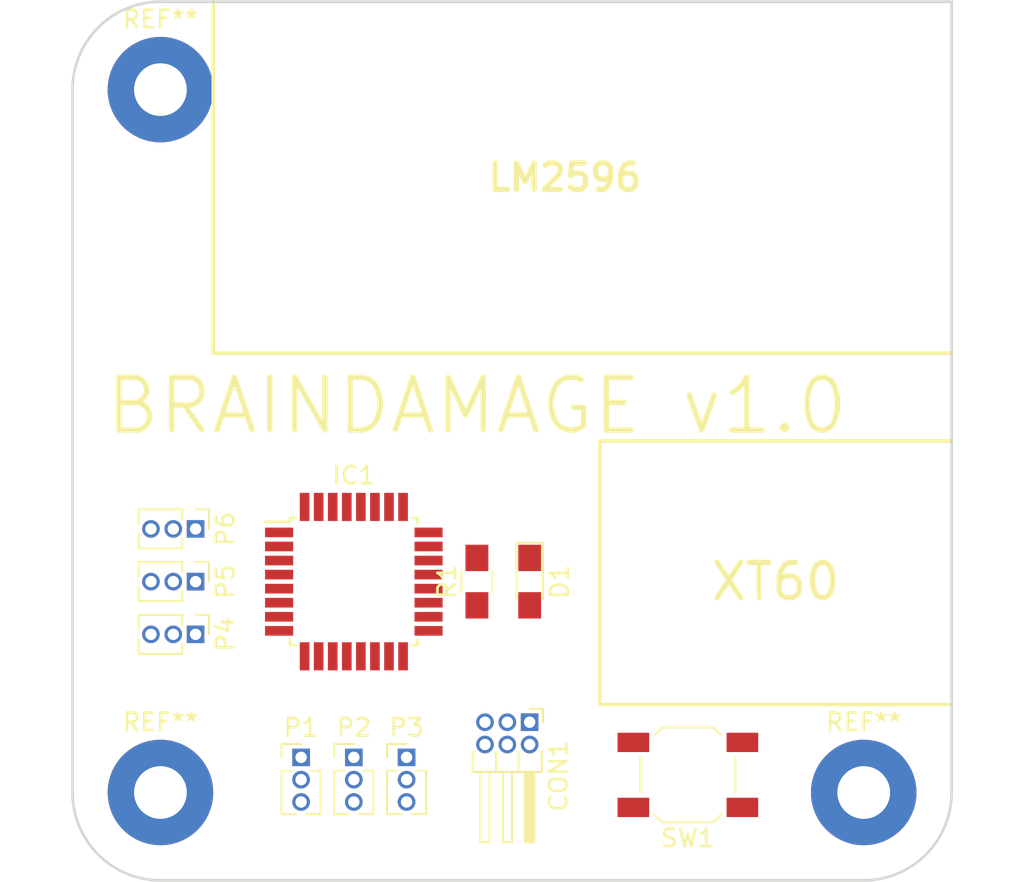
<source format=kicad_pcb>
(kicad_pcb (version 20170922) (host pcbnew no-vcs-found-835c19f~60~ubuntu16.04.1)

(general
  (thickness 1.6)
  (drawings 23)
  (tracks 0)
  (zones 0)
  (modules 14)
  (nets 29)
)

(page A4)
(layers
  (0 F.Cu signal)
  (31 B.Cu signal)
  (32 B.Adhes user)
  (33 F.Adhes user)
  (34 B.Paste user)
  (35 F.Paste user)
  (36 B.SilkS user)
  (37 F.SilkS user)
  (38 B.Mask user)
  (39 F.Mask user)
  (40 Dwgs.User user)
  (41 Cmts.User user)
  (42 Eco1.User user)
  (43 Eco2.User user)
  (44 Edge.Cuts user)
  (45 Margin user)
  (46 B.CrtYd user)
  (47 F.CrtYd user)
  (48 B.Fab user)
  (49 F.Fab user)
)


(general
  (thickness 1.6)
  (drawings 23)
  (tracks 0)
  (zones 0)
  (modules 14)
  (nets 29)
)

(page A4)
(layers
  (0 F.Cu signal)
  (31 B.Cu signal)
  (32 B.Adhes user)
  (33 F.Adhes user)
  (34 B.Paste user)
  (35 F.Paste user)
  (36 B.SilkS user)
  (37 F.SilkS user)
  (38 B.Mask user)
  (39 F.Mask user)
  (40 Dwgs.User user)
  (41 Cmts.User user)
  (42 Eco1.User user)
  (43 Eco2.User user)
  (44 Edge.Cuts user)
  (45 Margin user)
  (46 B.CrtYd user)
  (47 F.CrtYd user)
  (48 B.Fab user)
  (49 F.Fab user)
)

(setup
  (last_trace_width 0.25)
  (trace_clearance 0.2)
  (zone_clearance 0.508)
  (zone_45_only yes)
  (trace_min 0.2)
  (segment_width 0.2)
  (edge_width 0.15)
  (via_size 0.8)
  (via_drill 0.4)
  (via_min_size 0.4)
  (via_min_drill 0.3)
  (uvia_size 0.3)
  (uvia_drill 0.1)
  (uvias_allowed no)
  (uvia_min_size 0.2)
  (uvia_min_drill 0.1)
  (pcb_text_width 0.3)
  (pcb_text_size 1.5 1.5)
  (mod_edge_width 0.15)
  (mod_text_size 1 1)
  (mod_text_width 0.15)
  (pad_size 1.524 1.524)
  (pad_drill 0.762)
  (pad_to_mask_clearance 0.2)
  (aux_axis_origin 0 0)
  (visible_elements FFFFFF7F)
  (pcbplotparams
    (layerselection 0x00030_ffffffff)
    (usegerberextensions false)
    (usegerberattributes true)
    (usegerberadvancedattributes true)
    (creategerberjobfile true)
    (excludeedgelayer true)
    (linewidth 0.100000)
    (plotframeref false)
    (viasonmask false)
    (mode 1)
    (useauxorigin false)
    (hpglpennumber 1)
    (hpglpenspeed 20)
    (hpglpendiameter 15)
    (psnegative false)
    (psa4output false)
    (plotreference true)
    (plotvalue true)
    (plotinvisibletext false)
    (padsonsilk false)
    (subtractmaskfromsilk false)
    (outputformat 1)
    (mirror false)
    (drillshape 1)
    (scaleselection 1)
    (outputdirectory ""))
)

(net 0 "")
(net 1 GND)
(net 2 /RESET)
(net 3 /MOSI)
(net 4 /SCK)
(net 5 +3V3)
(net 6 /MISO)
(net 7 "Net-(D1-Pad1)")
(net 8 "Net-(IC1-Pad32)")
(net 9 /TX)
(net 10 /RX)
(net 11 /A5)
(net 12 /A4)
(net 13 /A3)
(net 14 /A2)
(net 15 /A1)
(net 16 /A0)
(net 17 /ADC7)
(net 18 "Net-(IC1-Pad20)")
(net 19 /ADC6)
(net 20 /PIN2)
(net 21 /PIN1)
(net 22 /B1)
(net 23 /PIN4)
(net 24 /PIN5)
(net 25 /XTAL2)
(net 26 /XTAL1)
(net 27 "Net-(IC1-Pad2)")
(net 28 /PIN6)

(net_class Default "This is the default net class."
  (clearance 0.2)
  (trace_width 0.25)
  (via_dia 0.8)
  (via_drill 0.4)
  (uvia_dia 0.3)
  (uvia_drill 0.1)
  (add_net +3V3)
  (add_net /A0)
  (add_net /A1)
  (add_net /A2)
  (add_net /A3)
  (add_net /A4)
  (add_net /A5)
  (add_net /ADC6)
  (add_net /ADC7)
  (add_net /B1)
  (add_net /MISO)
  (add_net /MOSI)
  (add_net /PIN1)
  (add_net /PIN2)
  (add_net /PIN4)
  (add_net /PIN5)
  (add_net /PIN6)
  (add_net /RESET)
  (add_net /RX)
  (add_net /SCK)
  (add_net /TX)
  (add_net /XTAL1)
  (add_net /XTAL2)
  (add_net GND)
  (add_net "Net-(D1-Pad1)")
  (add_net "Net-(IC1-Pad2)")
  (add_net "Net-(IC1-Pad20)")
  (add_net "Net-(IC1-Pad32)")
)

  (module Mounting_Holes:MountingHole_3mm_Pad (layer F.Cu) (tedit 56D1B4CB) (tstamp 59DD096F)
    (at 135 65)
    (descr "Mounting Hole 3mm")
    (tags "mounting hole 3mm")
    (attr virtual)
    (fp_text reference REF** (at 0 -4) (layer F.SilkS)
      (effects (font (size 1 1) (thickness 0.15)))
    )
    (fp_text value MountingHole_3mm_Pad (at 0 4) (layer F.Fab)
      (effects (font (size 1 1) (thickness 0.15)))
    )
    (fp_text user %R (at 0.3 0) (layer F.Fab)
      (effects (font (size 1 1) (thickness 0.15)))
    )
    (fp_circle (center 0 0) (end 3 0) (layer Cmts.User) (width 0.15))
    (fp_circle (center 0 0) (end 3.25 0) (layer F.CrtYd) (width 0.05))
    (pad 1 thru_hole circle (at 0 0) (size 6 6) (drill 3) (layers *.Cu *.Mask))
  )

  (module Pin_Headers:Pin_Header_Angled_2x03_Pitch1.27mm (layer F.Cu) (tedit 59650536) (tstamp 59DC7002)
    (at 156 101 270)
    (descr "Through hole angled pin header, 2x03, 1.27mm pitch, 4.0mm pin length, double rows")
    (tags "Through hole angled pin header THT 2x03 1.27mm double row")
    (path /572D2B5B)
    (fp_text reference CON1 (at 3.0675 -1.635 270) (layer F.SilkS)
      (effects (font (size 1 1) (thickness 0.15)))
    )
    (fp_text value AVR-ISP-6 (at 3.0675 4.175 270) (layer F.Fab)
      (effects (font (size 1 1) (thickness 0.15)))
    )
    (fp_text user %R (at 2.27 1.27) (layer F.Fab)
      (effects (font (size 0.6 0.6) (thickness 0.09)))
    )
    (fp_line (start 7.3 -1.15) (end -1.15 -1.15) (layer F.CrtYd) (width 0.05))
    (fp_line (start 7.3 3.7) (end 7.3 -1.15) (layer F.CrtYd) (width 0.05))
    (fp_line (start -1.15 3.7) (end 7.3 3.7) (layer F.CrtYd) (width 0.05))
    (fp_line (start -1.15 -1.15) (end -1.15 3.7) (layer F.CrtYd) (width 0.05))
    (fp_line (start -0.76 -0.76) (end 0 -0.76) (layer F.SilkS) (width 0.12))
    (fp_line (start -0.76 0) (end -0.76 -0.76) (layer F.SilkS) (width 0.12))
    (fp_line (start 6.83 2.8) (end 2.83 2.8) (layer F.SilkS) (width 0.12))
    (fp_line (start 6.83 2.28) (end 6.83 2.8) (layer F.SilkS) (width 0.12))
    (fp_line (start 2.83 2.28) (end 6.83 2.28) (layer F.SilkS) (width 0.12))
    (fp_line (start 1.71 1.889677) (end 1.71 1.920323) (layer F.SilkS) (width 0.12))
    (fp_line (start 1.71 1.905) (end 2.83 1.905) (layer F.SilkS) (width 0.12))
    (fp_line (start 6.83 1.53) (end 2.83 1.53) (layer F.SilkS) (width 0.12))
    (fp_line (start 6.83 1.01) (end 6.83 1.53) (layer F.SilkS) (width 0.12))
    (fp_line (start 2.83 1.01) (end 6.83 1.01) (layer F.SilkS) (width 0.12))
    (fp_line (start 1.71 0.619677) (end 1.71 0.650323) (layer F.SilkS) (width 0.12))
    (fp_line (start 1.71 0.635) (end 2.83 0.635) (layer F.SilkS) (width 0.12))
    (fp_line (start 2.83 0.16) (end 6.83 0.16) (layer F.SilkS) (width 0.12))
    (fp_line (start 2.83 0.04) (end 6.83 0.04) (layer F.SilkS) (width 0.12))
    (fp_line (start 2.83 -0.08) (end 6.83 -0.08) (layer F.SilkS) (width 0.12))
    (fp_line (start 2.83 -0.2) (end 6.83 -0.2) (layer F.SilkS) (width 0.12))
    (fp_line (start 6.83 0.26) (end 2.83 0.26) (layer F.SilkS) (width 0.12))
    (fp_line (start 6.83 -0.26) (end 6.83 0.26) (layer F.SilkS) (width 0.12))
    (fp_line (start 2.83 -0.26) (end 6.83 -0.26) (layer F.SilkS) (width 0.12))
    (fp_line (start 1.71 3.235) (end 1.71 3.159677) (layer F.SilkS) (width 0.12))
    (fp_line (start 2.83 3.235) (end 1.71 3.235) (layer F.SilkS) (width 0.12))
    (fp_line (start 2.83 -0.695) (end 2.83 3.235) (layer F.SilkS) (width 0.12))
    (fp_line (start 1.71 -0.695) (end 2.83 -0.695) (layer F.SilkS) (width 0.12))
    (fp_line (start 1.71 -0.619677) (end 1.71 -0.695) (layer F.SilkS) (width 0.12))
    (fp_line (start 2.77 2.74) (end 6.77 2.74) (layer F.Fab) (width 0.1))
    (fp_line (start 6.77 2.34) (end 6.77 2.74) (layer F.Fab) (width 0.1))
    (fp_line (start 2.77 2.34) (end 6.77 2.34) (layer F.Fab) (width 0.1))
    (fp_line (start -0.2 2.74) (end 1.77 2.74) (layer F.Fab) (width 0.1))
    (fp_line (start -0.2 2.34) (end -0.2 2.74) (layer F.Fab) (width 0.1))
    (fp_line (start -0.2 2.34) (end 1.77 2.34) (layer F.Fab) (width 0.1))
    (fp_line (start 2.77 1.47) (end 6.77 1.47) (layer F.Fab) (width 0.1))
    (fp_line (start 6.77 1.07) (end 6.77 1.47) (layer F.Fab) (width 0.1))
    (fp_line (start 2.77 1.07) (end 6.77 1.07) (layer F.Fab) (width 0.1))
    (fp_line (start -0.2 1.47) (end 1.77 1.47) (layer F.Fab) (width 0.1))
    (fp_line (start -0.2 1.07) (end -0.2 1.47) (layer F.Fab) (width 0.1))
    (fp_line (start -0.2 1.07) (end 1.77 1.07) (layer F.Fab) (width 0.1))
    (fp_line (start 2.77 0.2) (end 6.77 0.2) (layer F.Fab) (width 0.1))
    (fp_line (start 6.77 -0.2) (end 6.77 0.2) (layer F.Fab) (width 0.1))
    (fp_line (start 2.77 -0.2) (end 6.77 -0.2) (layer F.Fab) (width 0.1))
    (fp_line (start -0.2 0.2) (end 1.77 0.2) (layer F.Fab) (width 0.1))
    (fp_line (start -0.2 -0.2) (end -0.2 0.2) (layer F.Fab) (width 0.1))
    (fp_line (start -0.2 -0.2) (end 1.77 -0.2) (layer F.Fab) (width 0.1))
    (fp_line (start 1.77 -0.385) (end 2.02 -0.635) (layer F.Fab) (width 0.1))
    (fp_line (start 1.77 3.175) (end 1.77 -0.385) (layer F.Fab) (width 0.1))
    (fp_line (start 2.77 3.175) (end 1.77 3.175) (layer F.Fab) (width 0.1))
    (fp_line (start 2.77 -0.635) (end 2.77 3.175) (layer F.Fab) (width 0.1))
    (fp_line (start 2.02 -0.635) (end 2.77 -0.635) (layer F.Fab) (width 0.1))
    (pad 6 thru_hole oval (at 1.27 2.54 270) (size 1 1) (drill 0.65) (layers *.Cu *.Mask)
      (net 1 GND))
    (pad 5 thru_hole oval (at 0 2.54 270) (size 1 1) (drill 0.65) (layers *.Cu *.Mask)
      (net 2 /RESET))
    (pad 4 thru_hole oval (at 1.27 1.27 270) (size 1 1) (drill 0.65) (layers *.Cu *.Mask)
      (net 3 /MOSI))
    (pad 3 thru_hole oval (at 0 1.27 270) (size 1 1) (drill 0.65) (layers *.Cu *.Mask)
      (net 4 /SCK))
    (pad 2 thru_hole oval (at 1.27 0 270) (size 1 1) (drill 0.65) (layers *.Cu *.Mask)
      (net 5 +3V3))
    (pad 1 thru_hole rect (at 0 0 270) (size 1 1) (drill 0.65) (layers *.Cu *.Mask)
      (net 6 /MISO))
    (model ${KISYS3DMOD}/Pin_Headers.3dshapes/Pin_Header_Angled_2x03_Pitch1.27mm.wrl
      (at (xyz 0 0 0))
      (scale (xyz 1 1 1))
      (rotate (xyz 0 0 0))
    )
  )

  (module LEDs:LED_0805_HandSoldering (layer F.Cu) (tedit 595FCA25) (tstamp 59DC7017)
    (at 156 93 270)
    (descr "Resistor SMD 0805, hand soldering")
    (tags "resistor 0805")
    (path /572D250B)
    (attr smd)
    (fp_text reference D1 (at 0 -1.7 270) (layer F.SilkS)
      (effects (font (size 1 1) (thickness 0.15)))
    )
    (fp_text value LED (at 0 1.75 270) (layer F.Fab)
      (effects (font (size 1 1) (thickness 0.15)))
    )
    (fp_line (start -2.2 -0.75) (end -2.2 0.75) (layer F.SilkS) (width 0.12))
    (fp_line (start 2.35 0.9) (end -2.35 0.9) (layer F.CrtYd) (width 0.05))
    (fp_line (start 2.35 0.9) (end 2.35 -0.9) (layer F.CrtYd) (width 0.05))
    (fp_line (start -2.35 -0.9) (end -2.35 0.9) (layer F.CrtYd) (width 0.05))
    (fp_line (start -2.35 -0.9) (end 2.35 -0.9) (layer F.CrtYd) (width 0.05))
    (fp_line (start -2.2 -0.75) (end 1 -0.75) (layer F.SilkS) (width 0.12))
    (fp_line (start 1 0.75) (end -2.2 0.75) (layer F.SilkS) (width 0.12))
    (fp_line (start -1 -0.62) (end 1 -0.62) (layer F.Fab) (width 0.1))
    (fp_line (start 1 -0.62) (end 1 0.62) (layer F.Fab) (width 0.1))
    (fp_line (start 1 0.62) (end -1 0.62) (layer F.Fab) (width 0.1))
    (fp_line (start -1 0.62) (end -1 -0.62) (layer F.Fab) (width 0.1))
    (fp_line (start 0.2 -0.4) (end 0.2 0.4) (layer F.Fab) (width 0.1))
    (fp_line (start 0.2 0.4) (end -0.4 0) (layer F.Fab) (width 0.1))
    (fp_line (start -0.4 0) (end 0.2 -0.4) (layer F.Fab) (width 0.1))
    (fp_line (start -0.4 -0.4) (end -0.4 0.4) (layer F.Fab) (width 0.1))
    (pad 2 smd rect (at 1.35 0 270) (size 1.5 1.3) (layers F.Cu F.Paste F.Mask)
      (net 1 GND))
    (pad 1 smd rect (at -1.35 0 270) (size 1.5 1.3) (layers F.Cu F.Paste F.Mask)
      (net 7 "Net-(D1-Pad1)"))
    (model ${KISYS3DMOD}/LEDs.3dshapes/LED_0805.wrl
      (at (xyz 0 0 0))
      (scale (xyz 1 1 1))
      (rotate (xyz 0 0 0))
    )
  )

  (module Housings_QFP:TQFP-32_7x7mm_Pitch0.8mm (layer F.Cu) (tedit 58CC9A48) (tstamp 59DC704E)
    (at 146 93)
    (descr "32-Lead Plastic Thin Quad Flatpack (PT) - 7x7x1.0 mm Body, 2.00 mm [TQFP] (see Microchip Packaging Specification 00000049BS.pdf)")
    (tags "QFP 0.8")
    (path /572D2524)
    (attr smd)
    (fp_text reference IC1 (at 0 -6.05) (layer F.SilkS)
      (effects (font (size 1 1) (thickness 0.15)))
    )
    (fp_text value ATMEGA328P-A (at 0 6.05) (layer F.Fab)
      (effects (font (size 1 1) (thickness 0.15)))
    )
    (fp_line (start -3.625 -3.4) (end -5.05 -3.4) (layer F.SilkS) (width 0.15))
    (fp_line (start 3.625 -3.625) (end 3.3 -3.625) (layer F.SilkS) (width 0.15))
    (fp_line (start 3.625 3.625) (end 3.3 3.625) (layer F.SilkS) (width 0.15))
    (fp_line (start -3.625 3.625) (end -3.3 3.625) (layer F.SilkS) (width 0.15))
    (fp_line (start -3.625 -3.625) (end -3.3 -3.625) (layer F.SilkS) (width 0.15))
    (fp_line (start -3.625 3.625) (end -3.625 3.3) (layer F.SilkS) (width 0.15))
    (fp_line (start 3.625 3.625) (end 3.625 3.3) (layer F.SilkS) (width 0.15))
    (fp_line (start 3.625 -3.625) (end 3.625 -3.3) (layer F.SilkS) (width 0.15))
    (fp_line (start -3.625 -3.625) (end -3.625 -3.4) (layer F.SilkS) (width 0.15))
    (fp_line (start -5.3 5.3) (end 5.3 5.3) (layer F.CrtYd) (width 0.05))
    (fp_line (start -5.3 -5.3) (end 5.3 -5.3) (layer F.CrtYd) (width 0.05))
    (fp_line (start 5.3 -5.3) (end 5.3 5.3) (layer F.CrtYd) (width 0.05))
    (fp_line (start -5.3 -5.3) (end -5.3 5.3) (layer F.CrtYd) (width 0.05))
    (fp_line (start -3.5 -2.5) (end -2.5 -3.5) (layer F.Fab) (width 0.15))
    (fp_line (start -3.5 3.5) (end -3.5 -2.5) (layer F.Fab) (width 0.15))
    (fp_line (start 3.5 3.5) (end -3.5 3.5) (layer F.Fab) (width 0.15))
    (fp_line (start 3.5 -3.5) (end 3.5 3.5) (layer F.Fab) (width 0.15))
    (fp_line (start -2.5 -3.5) (end 3.5 -3.5) (layer F.Fab) (width 0.15))
    (fp_text user %R (at 0 0) (layer F.Fab)
      (effects (font (size 1 1) (thickness 0.15)))
    )
    (pad 32 smd rect (at -2.8 -4.25 90) (size 1.6 0.55) (layers F.Cu F.Paste F.Mask)
      (net 8 "Net-(IC1-Pad32)"))
    (pad 31 smd rect (at -2 -4.25 90) (size 1.6 0.55) (layers F.Cu F.Paste F.Mask)
      (net 9 /TX))
    (pad 30 smd rect (at -1.2 -4.25 90) (size 1.6 0.55) (layers F.Cu F.Paste F.Mask)
      (net 10 /RX))
    (pad 29 smd rect (at -0.4 -4.25 90) (size 1.6 0.55) (layers F.Cu F.Paste F.Mask)
      (net 2 /RESET))
    (pad 28 smd rect (at 0.4 -4.25 90) (size 1.6 0.55) (layers F.Cu F.Paste F.Mask)
      (net 11 /A5))
    (pad 27 smd rect (at 1.2 -4.25 90) (size 1.6 0.55) (layers F.Cu F.Paste F.Mask)
      (net 12 /A4))
    (pad 26 smd rect (at 2 -4.25 90) (size 1.6 0.55) (layers F.Cu F.Paste F.Mask)
      (net 13 /A3))
    (pad 25 smd rect (at 2.8 -4.25 90) (size 1.6 0.55) (layers F.Cu F.Paste F.Mask)
      (net 14 /A2))
    (pad 24 smd rect (at 4.25 -2.8) (size 1.6 0.55) (layers F.Cu F.Paste F.Mask)
      (net 15 /A1))
    (pad 23 smd rect (at 4.25 -2) (size 1.6 0.55) (layers F.Cu F.Paste F.Mask)
      (net 16 /A0))
    (pad 22 smd rect (at 4.25 -1.2) (size 1.6 0.55) (layers F.Cu F.Paste F.Mask)
      (net 17 /ADC7))
    (pad 21 smd rect (at 4.25 -0.4) (size 1.6 0.55) (layers F.Cu F.Paste F.Mask)
      (net 1 GND))
    (pad 20 smd rect (at 4.25 0.4) (size 1.6 0.55) (layers F.Cu F.Paste F.Mask)
      (net 18 "Net-(IC1-Pad20)"))
    (pad 19 smd rect (at 4.25 1.2) (size 1.6 0.55) (layers F.Cu F.Paste F.Mask)
      (net 19 /ADC6))
    (pad 18 smd rect (at 4.25 2) (size 1.6 0.55) (layers F.Cu F.Paste F.Mask)
      (net 5 +3V3))
    (pad 17 smd rect (at 4.25 2.8) (size 1.6 0.55) (layers F.Cu F.Paste F.Mask)
      (net 4 /SCK))
    (pad 16 smd rect (at 2.8 4.25 90) (size 1.6 0.55) (layers F.Cu F.Paste F.Mask)
      (net 6 /MISO))
    (pad 15 smd rect (at 2 4.25 90) (size 1.6 0.55) (layers F.Cu F.Paste F.Mask)
      (net 3 /MOSI))
    (pad 14 smd rect (at 1.2 4.25 90) (size 1.6 0.55) (layers F.Cu F.Paste F.Mask)
      (net 20 /PIN2))
    (pad 13 smd rect (at 0.4 4.25 90) (size 1.6 0.55) (layers F.Cu F.Paste F.Mask)
      (net 21 /PIN1))
    (pad 12 smd rect (at -0.4 4.25 90) (size 1.6 0.55) (layers F.Cu F.Paste F.Mask)
      (net 22 /B1))
    (pad 11 smd rect (at -1.2 4.25 90) (size 1.6 0.55) (layers F.Cu F.Paste F.Mask)
      (net 15 /A1))
    (pad 10 smd rect (at -2 4.25 90) (size 1.6 0.55) (layers F.Cu F.Paste F.Mask)
      (net 23 /PIN4))
    (pad 9 smd rect (at -2.8 4.25 90) (size 1.6 0.55) (layers F.Cu F.Paste F.Mask)
      (net 24 /PIN5))
    (pad 8 smd rect (at -4.25 2.8) (size 1.6 0.55) (layers F.Cu F.Paste F.Mask)
      (net 25 /XTAL2))
    (pad 7 smd rect (at -4.25 2) (size 1.6 0.55) (layers F.Cu F.Paste F.Mask)
      (net 26 /XTAL1))
    (pad 6 smd rect (at -4.25 1.2) (size 1.6 0.55) (layers F.Cu F.Paste F.Mask)
      (net 5 +3V3))
    (pad 5 smd rect (at -4.25 0.4) (size 1.6 0.55) (layers F.Cu F.Paste F.Mask)
      (net 1 GND))
    (pad 4 smd rect (at -4.25 -0.4) (size 1.6 0.55) (layers F.Cu F.Paste F.Mask)
      (net 5 +3V3))
    (pad 3 smd rect (at -4.25 -1.2) (size 1.6 0.55) (layers F.Cu F.Paste F.Mask)
      (net 1 GND))
    (pad 2 smd rect (at -4.25 -2) (size 1.6 0.55) (layers F.Cu F.Paste F.Mask)
      (net 27 "Net-(IC1-Pad2)"))
    (pad 1 smd rect (at -4.25 -2.8) (size 1.6 0.55) (layers F.Cu F.Paste F.Mask)
      (net 28 /PIN6))
    (model ${KISYS3DMOD}/Housings_QFP.3dshapes/TQFP-32_7x7mm_Pitch0.8mm.wrl
      (at (xyz 0 0 0))
      (scale (xyz 1 1 1))
      (rotate (xyz 0 0 0))
    )
  )

  (module Pin_Headers:Pin_Header_Straight_1x03_Pitch1.27mm (layer F.Cu) (tedit 59650535) (tstamp 59DC7067)
    (at 143 103)
    (descr "Through hole straight pin header, 1x03, 1.27mm pitch, single row")
    (tags "Through hole pin header THT 1x03 1.27mm single row")
    (path /572D2514)
    (fp_text reference P1 (at 0 -1.695) (layer F.SilkS)
      (effects (font (size 1 1) (thickness 0.15)))
    )
    (fp_text value CONN_01X03 (at 0 4.235) (layer F.Fab)
      (effects (font (size 1 1) (thickness 0.15)))
    )
    (fp_text user %R (at 0 1.27 90) (layer F.Fab)
      (effects (font (size 1 1) (thickness 0.15)))
    )
    (fp_line (start 1.55 -1.15) (end -1.55 -1.15) (layer F.CrtYd) (width 0.05))
    (fp_line (start 1.55 3.7) (end 1.55 -1.15) (layer F.CrtYd) (width 0.05))
    (fp_line (start -1.55 3.7) (end 1.55 3.7) (layer F.CrtYd) (width 0.05))
    (fp_line (start -1.55 -1.15) (end -1.55 3.7) (layer F.CrtYd) (width 0.05))
    (fp_line (start -1.11 -0.76) (end 0 -0.76) (layer F.SilkS) (width 0.12))
    (fp_line (start -1.11 0) (end -1.11 -0.76) (layer F.SilkS) (width 0.12))
    (fp_line (start 0.563471 0.76) (end 1.11 0.76) (layer F.SilkS) (width 0.12))
    (fp_line (start -1.11 0.76) (end -0.563471 0.76) (layer F.SilkS) (width 0.12))
    (fp_line (start 1.11 0.76) (end 1.11 3.235) (layer F.SilkS) (width 0.12))
    (fp_line (start -1.11 0.76) (end -1.11 3.235) (layer F.SilkS) (width 0.12))
    (fp_line (start 0.30753 3.235) (end 1.11 3.235) (layer F.SilkS) (width 0.12))
    (fp_line (start -1.11 3.235) (end -0.30753 3.235) (layer F.SilkS) (width 0.12))
    (fp_line (start -1.05 -0.11) (end -0.525 -0.635) (layer F.Fab) (width 0.1))
    (fp_line (start -1.05 3.175) (end -1.05 -0.11) (layer F.Fab) (width 0.1))
    (fp_line (start 1.05 3.175) (end -1.05 3.175) (layer F.Fab) (width 0.1))
    (fp_line (start 1.05 -0.635) (end 1.05 3.175) (layer F.Fab) (width 0.1))
    (fp_line (start -0.525 -0.635) (end 1.05 -0.635) (layer F.Fab) (width 0.1))
    (pad 3 thru_hole oval (at 0 2.54) (size 1 1) (drill 0.65) (layers *.Cu *.Mask)
      (net 1 GND))
    (pad 2 thru_hole oval (at 0 1.27) (size 1 1) (drill 0.65) (layers *.Cu *.Mask)
      (net 5 +3V3))
    (pad 1 thru_hole rect (at 0 0) (size 1 1) (drill 0.65) (layers *.Cu *.Mask)
      (net 21 /PIN1))
    (model ${KISYS3DMOD}/Pin_Headers.3dshapes/Pin_Header_Straight_1x03_Pitch1.27mm.wrl
      (at (xyz 0 0 0))
      (scale (xyz 1 1 1))
      (rotate (xyz 0 0 0))
    )
  )

  (module Pin_Headers:Pin_Header_Straight_1x03_Pitch1.27mm (layer F.Cu) (tedit 59650535) (tstamp 59DC7080)
    (at 146 103)
    (descr "Through hole straight pin header, 1x03, 1.27mm pitch, single row")
    (tags "Through hole pin header THT 1x03 1.27mm single row")
    (path /572D2515)
    (fp_text reference P2 (at 0 -1.695) (layer F.SilkS)
      (effects (font (size 1 1) (thickness 0.15)))
    )
    (fp_text value CONN_01X03 (at 0 4.235) (layer F.Fab)
      (effects (font (size 1 1) (thickness 0.15)))
    )
    (fp_line (start -0.525 -0.635) (end 1.05 -0.635) (layer F.Fab) (width 0.1))
    (fp_line (start 1.05 -0.635) (end 1.05 3.175) (layer F.Fab) (width 0.1))
    (fp_line (start 1.05 3.175) (end -1.05 3.175) (layer F.Fab) (width 0.1))
    (fp_line (start -1.05 3.175) (end -1.05 -0.11) (layer F.Fab) (width 0.1))
    (fp_line (start -1.05 -0.11) (end -0.525 -0.635) (layer F.Fab) (width 0.1))
    (fp_line (start -1.11 3.235) (end -0.30753 3.235) (layer F.SilkS) (width 0.12))
    (fp_line (start 0.30753 3.235) (end 1.11 3.235) (layer F.SilkS) (width 0.12))
    (fp_line (start -1.11 0.76) (end -1.11 3.235) (layer F.SilkS) (width 0.12))
    (fp_line (start 1.11 0.76) (end 1.11 3.235) (layer F.SilkS) (width 0.12))
    (fp_line (start -1.11 0.76) (end -0.563471 0.76) (layer F.SilkS) (width 0.12))
    (fp_line (start 0.563471 0.76) (end 1.11 0.76) (layer F.SilkS) (width 0.12))
    (fp_line (start -1.11 0) (end -1.11 -0.76) (layer F.SilkS) (width 0.12))
    (fp_line (start -1.11 -0.76) (end 0 -0.76) (layer F.SilkS) (width 0.12))
    (fp_line (start -1.55 -1.15) (end -1.55 3.7) (layer F.CrtYd) (width 0.05))
    (fp_line (start -1.55 3.7) (end 1.55 3.7) (layer F.CrtYd) (width 0.05))
    (fp_line (start 1.55 3.7) (end 1.55 -1.15) (layer F.CrtYd) (width 0.05))
    (fp_line (start 1.55 -1.15) (end -1.55 -1.15) (layer F.CrtYd) (width 0.05))
    (fp_text user %R (at 0 1.27 90) (layer F.Fab)
      (effects (font (size 1 1) (thickness 0.15)))
    )
    (pad 1 thru_hole rect (at 0 0) (size 1 1) (drill 0.65) (layers *.Cu *.Mask)
      (net 20 /PIN2))
    (pad 2 thru_hole oval (at 0 1.27) (size 1 1) (drill 0.65) (layers *.Cu *.Mask)
      (net 5 +3V3))
    (pad 3 thru_hole oval (at 0 2.54) (size 1 1) (drill 0.65) (layers *.Cu *.Mask)
      (net 1 GND))
    (model ${KISYS3DMOD}/Pin_Headers.3dshapes/Pin_Header_Straight_1x03_Pitch1.27mm.wrl
      (at (xyz 0 0 0))
      (scale (xyz 1 1 1))
      (rotate (xyz 0 0 0))
    )
  )

  (module Pin_Headers:Pin_Header_Straight_1x03_Pitch1.27mm (layer F.Cu) (tedit 59650535) (tstamp 59DC7099)
    (at 149 103)
    (descr "Through hole straight pin header, 1x03, 1.27mm pitch, single row")
    (tags "Through hole pin header THT 1x03 1.27mm single row")
    (path /572D2516)
    (fp_text reference P3 (at 0 -1.695) (layer F.SilkS)
      (effects (font (size 1 1) (thickness 0.15)))
    )
    (fp_text value CONN_01X03 (at 0 4.235) (layer F.Fab)
      (effects (font (size 1 1) (thickness 0.15)))
    )
    (fp_text user %R (at 0 1.27 90) (layer F.Fab)
      (effects (font (size 1 1) (thickness 0.15)))
    )
    (fp_line (start 1.55 -1.15) (end -1.55 -1.15) (layer F.CrtYd) (width 0.05))
    (fp_line (start 1.55 3.7) (end 1.55 -1.15) (layer F.CrtYd) (width 0.05))
    (fp_line (start -1.55 3.7) (end 1.55 3.7) (layer F.CrtYd) (width 0.05))
    (fp_line (start -1.55 -1.15) (end -1.55 3.7) (layer F.CrtYd) (width 0.05))
    (fp_line (start -1.11 -0.76) (end 0 -0.76) (layer F.SilkS) (width 0.12))
    (fp_line (start -1.11 0) (end -1.11 -0.76) (layer F.SilkS) (width 0.12))
    (fp_line (start 0.563471 0.76) (end 1.11 0.76) (layer F.SilkS) (width 0.12))
    (fp_line (start -1.11 0.76) (end -0.563471 0.76) (layer F.SilkS) (width 0.12))
    (fp_line (start 1.11 0.76) (end 1.11 3.235) (layer F.SilkS) (width 0.12))
    (fp_line (start -1.11 0.76) (end -1.11 3.235) (layer F.SilkS) (width 0.12))
    (fp_line (start 0.30753 3.235) (end 1.11 3.235) (layer F.SilkS) (width 0.12))
    (fp_line (start -1.11 3.235) (end -0.30753 3.235) (layer F.SilkS) (width 0.12))
    (fp_line (start -1.05 -0.11) (end -0.525 -0.635) (layer F.Fab) (width 0.1))
    (fp_line (start -1.05 3.175) (end -1.05 -0.11) (layer F.Fab) (width 0.1))
    (fp_line (start 1.05 3.175) (end -1.05 3.175) (layer F.Fab) (width 0.1))
    (fp_line (start 1.05 -0.635) (end 1.05 3.175) (layer F.Fab) (width 0.1))
    (fp_line (start -0.525 -0.635) (end 1.05 -0.635) (layer F.Fab) (width 0.1))
    (pad 3 thru_hole oval (at 0 2.54) (size 1 1) (drill 0.65) (layers *.Cu *.Mask)
      (net 1 GND))
    (pad 2 thru_hole oval (at 0 1.27) (size 1 1) (drill 0.65) (layers *.Cu *.Mask)
      (net 5 +3V3))
    (pad 1 thru_hole rect (at 0 0) (size 1 1) (drill 0.65) (layers *.Cu *.Mask)
      (net 3 /MOSI))
    (model ${KISYS3DMOD}/Pin_Headers.3dshapes/Pin_Header_Straight_1x03_Pitch1.27mm.wrl
      (at (xyz 0 0 0))
      (scale (xyz 1 1 1))
      (rotate (xyz 0 0 0))
    )
  )

  (module Pin_Headers:Pin_Header_Straight_1x03_Pitch1.27mm (layer F.Cu) (tedit 59650535) (tstamp 59DC70B2)
    (at 137 96 270)
    (descr "Through hole straight pin header, 1x03, 1.27mm pitch, single row")
    (tags "Through hole pin header THT 1x03 1.27mm single row")
    (path /59DC720E)
    (fp_text reference P4 (at 0 -1.695 270) (layer F.SilkS)
      (effects (font (size 1 1) (thickness 0.15)))
    )
    (fp_text value CONN_01X03 (at 0 4.235 270) (layer F.Fab)
      (effects (font (size 1 1) (thickness 0.15)))
    )
    (fp_line (start -0.525 -0.635) (end 1.05 -0.635) (layer F.Fab) (width 0.1))
    (fp_line (start 1.05 -0.635) (end 1.05 3.175) (layer F.Fab) (width 0.1))
    (fp_line (start 1.05 3.175) (end -1.05 3.175) (layer F.Fab) (width 0.1))
    (fp_line (start -1.05 3.175) (end -1.05 -0.11) (layer F.Fab) (width 0.1))
    (fp_line (start -1.05 -0.11) (end -0.525 -0.635) (layer F.Fab) (width 0.1))
    (fp_line (start -1.11 3.235) (end -0.30753 3.235) (layer F.SilkS) (width 0.12))
    (fp_line (start 0.30753 3.235) (end 1.11 3.235) (layer F.SilkS) (width 0.12))
    (fp_line (start -1.11 0.76) (end -1.11 3.235) (layer F.SilkS) (width 0.12))
    (fp_line (start 1.11 0.76) (end 1.11 3.235) (layer F.SilkS) (width 0.12))
    (fp_line (start -1.11 0.76) (end -0.563471 0.76) (layer F.SilkS) (width 0.12))
    (fp_line (start 0.563471 0.76) (end 1.11 0.76) (layer F.SilkS) (width 0.12))
    (fp_line (start -1.11 0) (end -1.11 -0.76) (layer F.SilkS) (width 0.12))
    (fp_line (start -1.11 -0.76) (end 0 -0.76) (layer F.SilkS) (width 0.12))
    (fp_line (start -1.55 -1.15) (end -1.55 3.7) (layer F.CrtYd) (width 0.05))
    (fp_line (start -1.55 3.7) (end 1.55 3.7) (layer F.CrtYd) (width 0.05))
    (fp_line (start 1.55 3.7) (end 1.55 -1.15) (layer F.CrtYd) (width 0.05))
    (fp_line (start 1.55 -1.15) (end -1.55 -1.15) (layer F.CrtYd) (width 0.05))
    (fp_text user %R (at 0 1.27) (layer F.Fab)
      (effects (font (size 1 1) (thickness 0.15)))
    )
    (pad 1 thru_hole rect (at 0 0 270) (size 1 1) (drill 0.65) (layers *.Cu *.Mask)
      (net 23 /PIN4))
    (pad 2 thru_hole oval (at 0 1.27 270) (size 1 1) (drill 0.65) (layers *.Cu *.Mask)
      (net 5 +3V3))
    (pad 3 thru_hole oval (at 0 2.54 270) (size 1 1) (drill 0.65) (layers *.Cu *.Mask)
      (net 1 GND))
    (model ${KISYS3DMOD}/Pin_Headers.3dshapes/Pin_Header_Straight_1x03_Pitch1.27mm.wrl
      (at (xyz 0 0 0))
      (scale (xyz 1 1 1))
      (rotate (xyz 0 0 0))
    )
  )

  (module Pin_Headers:Pin_Header_Straight_1x03_Pitch1.27mm (layer F.Cu) (tedit 59650535) (tstamp 59DC70CB)
    (at 137 93 270)
    (descr "Through hole straight pin header, 1x03, 1.27mm pitch, single row")
    (tags "Through hole pin header THT 1x03 1.27mm single row")
    (path /59DC7214)
    (fp_text reference P5 (at 0 -1.695 270) (layer F.SilkS)
      (effects (font (size 1 1) (thickness 0.15)))
    )
    (fp_text value CONN_01X03 (at 0 4.235 270) (layer F.Fab)
      (effects (font (size 1 1) (thickness 0.15)))
    )
    (fp_text user %R (at 0 1.27) (layer F.Fab)
      (effects (font (size 1 1) (thickness 0.15)))
    )
    (fp_line (start 1.55 -1.15) (end -1.55 -1.15) (layer F.CrtYd) (width 0.05))
    (fp_line (start 1.55 3.7) (end 1.55 -1.15) (layer F.CrtYd) (width 0.05))
    (fp_line (start -1.55 3.7) (end 1.55 3.7) (layer F.CrtYd) (width 0.05))
    (fp_line (start -1.55 -1.15) (end -1.55 3.7) (layer F.CrtYd) (width 0.05))
    (fp_line (start -1.11 -0.76) (end 0 -0.76) (layer F.SilkS) (width 0.12))
    (fp_line (start -1.11 0) (end -1.11 -0.76) (layer F.SilkS) (width 0.12))
    (fp_line (start 0.563471 0.76) (end 1.11 0.76) (layer F.SilkS) (width 0.12))
    (fp_line (start -1.11 0.76) (end -0.563471 0.76) (layer F.SilkS) (width 0.12))
    (fp_line (start 1.11 0.76) (end 1.11 3.235) (layer F.SilkS) (width 0.12))
    (fp_line (start -1.11 0.76) (end -1.11 3.235) (layer F.SilkS) (width 0.12))
    (fp_line (start 0.30753 3.235) (end 1.11 3.235) (layer F.SilkS) (width 0.12))
    (fp_line (start -1.11 3.235) (end -0.30753 3.235) (layer F.SilkS) (width 0.12))
    (fp_line (start -1.05 -0.11) (end -0.525 -0.635) (layer F.Fab) (width 0.1))
    (fp_line (start -1.05 3.175) (end -1.05 -0.11) (layer F.Fab) (width 0.1))
    (fp_line (start 1.05 3.175) (end -1.05 3.175) (layer F.Fab) (width 0.1))
    (fp_line (start 1.05 -0.635) (end 1.05 3.175) (layer F.Fab) (width 0.1))
    (fp_line (start -0.525 -0.635) (end 1.05 -0.635) (layer F.Fab) (width 0.1))
    (pad 3 thru_hole oval (at 0 2.54 270) (size 1 1) (drill 0.65) (layers *.Cu *.Mask)
      (net 1 GND))
    (pad 2 thru_hole oval (at 0 1.27 270) (size 1 1) (drill 0.65) (layers *.Cu *.Mask)
      (net 5 +3V3))
    (pad 1 thru_hole rect (at 0 0 270) (size 1 1) (drill 0.65) (layers *.Cu *.Mask)
      (net 24 /PIN5))
    (model ${KISYS3DMOD}/Pin_Headers.3dshapes/Pin_Header_Straight_1x03_Pitch1.27mm.wrl
      (at (xyz 0 0 0))
      (scale (xyz 1 1 1))
      (rotate (xyz 0 0 0))
    )
  )

  (module Pin_Headers:Pin_Header_Straight_1x03_Pitch1.27mm (layer F.Cu) (tedit 59650535) (tstamp 59DC70E4)
    (at 137 90 270)
    (descr "Through hole straight pin header, 1x03, 1.27mm pitch, single row")
    (tags "Through hole pin header THT 1x03 1.27mm single row")
    (path /59DC721A)
    (fp_text reference P6 (at 0 -1.695 270) (layer F.SilkS)
      (effects (font (size 1 1) (thickness 0.15)))
    )
    (fp_text value CONN_01X03 (at 0 4.235 270) (layer F.Fab)
      (effects (font (size 1 1) (thickness 0.15)))
    )
    (fp_line (start -0.525 -0.635) (end 1.05 -0.635) (layer F.Fab) (width 0.1))
    (fp_line (start 1.05 -0.635) (end 1.05 3.175) (layer F.Fab) (width 0.1))
    (fp_line (start 1.05 3.175) (end -1.05 3.175) (layer F.Fab) (width 0.1))
    (fp_line (start -1.05 3.175) (end -1.05 -0.11) (layer F.Fab) (width 0.1))
    (fp_line (start -1.05 -0.11) (end -0.525 -0.635) (layer F.Fab) (width 0.1))
    (fp_line (start -1.11 3.235) (end -0.30753 3.235) (layer F.SilkS) (width 0.12))
    (fp_line (start 0.30753 3.235) (end 1.11 3.235) (layer F.SilkS) (width 0.12))
    (fp_line (start -1.11 0.76) (end -1.11 3.235) (layer F.SilkS) (width 0.12))
    (fp_line (start 1.11 0.76) (end 1.11 3.235) (layer F.SilkS) (width 0.12))
    (fp_line (start -1.11 0.76) (end -0.563471 0.76) (layer F.SilkS) (width 0.12))
    (fp_line (start 0.563471 0.76) (end 1.11 0.76) (layer F.SilkS) (width 0.12))
    (fp_line (start -1.11 0) (end -1.11 -0.76) (layer F.SilkS) (width 0.12))
    (fp_line (start -1.11 -0.76) (end 0 -0.76) (layer F.SilkS) (width 0.12))
    (fp_line (start -1.55 -1.15) (end -1.55 3.7) (layer F.CrtYd) (width 0.05))
    (fp_line (start -1.55 3.7) (end 1.55 3.7) (layer F.CrtYd) (width 0.05))
    (fp_line (start 1.55 3.7) (end 1.55 -1.15) (layer F.CrtYd) (width 0.05))
    (fp_line (start 1.55 -1.15) (end -1.55 -1.15) (layer F.CrtYd) (width 0.05))
    (fp_text user %R (at 0 1.27) (layer F.Fab)
      (effects (font (size 1 1) (thickness 0.15)))
    )
    (pad 1 thru_hole rect (at 0 0 270) (size 1 1) (drill 0.65) (layers *.Cu *.Mask)
      (net 28 /PIN6))
    (pad 2 thru_hole oval (at 0 1.27 270) (size 1 1) (drill 0.65) (layers *.Cu *.Mask)
      (net 5 +3V3))
    (pad 3 thru_hole oval (at 0 2.54 270) (size 1 1) (drill 0.65) (layers *.Cu *.Mask)
      (net 1 GND))
    (model ${KISYS3DMOD}/Pin_Headers.3dshapes/Pin_Header_Straight_1x03_Pitch1.27mm.wrl
      (at (xyz 0 0 0))
      (scale (xyz 1 1 1))
      (rotate (xyz 0 0 0))
    )
  )

  (module Resistors_SMD:R_0805_HandSoldering (layer F.Cu) (tedit 58E0A804) (tstamp 59DC716A)
    (at 153 93 90)
    (descr "Resistor SMD 0805, hand soldering")
    (tags "resistor 0805")
    (path /572D250C)
    (attr smd)
    (fp_text reference R1 (at 0 -1.7 90) (layer F.SilkS)
      (effects (font (size 1 1) (thickness 0.15)))
    )
    (fp_text value 1K (at 0 1.75 90) (layer F.Fab)
      (effects (font (size 1 1) (thickness 0.15)))
    )
    (fp_line (start 2.35 0.9) (end -2.35 0.9) (layer F.CrtYd) (width 0.05))
    (fp_line (start 2.35 0.9) (end 2.35 -0.9) (layer F.CrtYd) (width 0.05))
    (fp_line (start -2.35 -0.9) (end -2.35 0.9) (layer F.CrtYd) (width 0.05))
    (fp_line (start -2.35 -0.9) (end 2.35 -0.9) (layer F.CrtYd) (width 0.05))
    (fp_line (start -0.6 -0.88) (end 0.6 -0.88) (layer F.SilkS) (width 0.12))
    (fp_line (start 0.6 0.88) (end -0.6 0.88) (layer F.SilkS) (width 0.12))
    (fp_line (start -1 -0.62) (end 1 -0.62) (layer F.Fab) (width 0.1))
    (fp_line (start 1 -0.62) (end 1 0.62) (layer F.Fab) (width 0.1))
    (fp_line (start 1 0.62) (end -1 0.62) (layer F.Fab) (width 0.1))
    (fp_line (start -1 0.62) (end -1 -0.62) (layer F.Fab) (width 0.1))
    (fp_text user %R (at 0 0 90) (layer F.Fab)
      (effects (font (size 0.5 0.5) (thickness 0.075)))
    )
    (pad 2 smd rect (at 1.35 0 90) (size 1.5 1.3) (layers F.Cu F.Paste F.Mask)
      (net 7 "Net-(D1-Pad1)"))
    (pad 1 smd rect (at -1.35 0 90) (size 1.5 1.3) (layers F.Cu F.Paste F.Mask)
      (net 5 +3V3))
    (model ${KISYS3DMOD}/Resistors_SMD.3dshapes/R_0805.wrl
      (at (xyz 0 0 0))
      (scale (xyz 1 1 1))
      (rotate (xyz 0 0 0))
    )
  )

  (module Buttons_Switches_SMD:SW_SPST_SKQG (layer F.Cu) (tedit 58724BB1) (tstamp 59DC7190)
    (at 165 104 180)
    (descr "ALPS 5.2mm Square Low-profile TACT Switch (SMD), http://www.alps.com/prod/info/E/PDF/Tact/SurfaceMount/SKQG/SKQG.PDF")
    (tags "SPST Button Switch")
    (path /572D2507)
    (attr smd)
    (fp_text reference SW1 (at 0 -3.6 180) (layer F.SilkS)
      (effects (font (size 1 1) (thickness 0.15)))
    )
    (fp_text value SW_PUSH (at 0 3.7 180) (layer F.Fab)
      (effects (font (size 1 1) (thickness 0.15)))
    )
    (fp_circle (center 0 0) (end 1 0) (layer F.Fab) (width 0.1))
    (fp_line (start 1.45 -2.7) (end 1.9 -2.25) (layer F.SilkS) (width 0.12))
    (fp_line (start 2.7 -1) (end 2.7 1) (layer F.SilkS) (width 0.12))
    (fp_line (start 1.9 2.25) (end 1.45 2.7) (layer F.SilkS) (width 0.12))
    (fp_line (start 1.45 2.7) (end -1.45 2.7) (layer F.SilkS) (width 0.12))
    (fp_line (start -1.45 2.7) (end -1.9 2.25) (layer F.SilkS) (width 0.12))
    (fp_line (start -2.7 1) (end -2.7 -1) (layer F.SilkS) (width 0.12))
    (fp_line (start -1.9 -2.25) (end -1.45 -2.7) (layer F.SilkS) (width 0.12))
    (fp_line (start -1.45 -2.7) (end 1.45 -2.7) (layer F.SilkS) (width 0.12))
    (fp_line (start 1.2 -1.8) (end 1.8 -1.2) (layer F.Fab) (width 0.1))
    (fp_line (start 1.8 -1.2) (end 1.8 1.2) (layer F.Fab) (width 0.1))
    (fp_line (start 1.8 1.2) (end 1.2 1.8) (layer F.Fab) (width 0.1))
    (fp_line (start 1.2 1.8) (end -1.2 1.8) (layer F.Fab) (width 0.1))
    (fp_line (start -1.2 1.8) (end -1.8 1.2) (layer F.Fab) (width 0.1))
    (fp_line (start -1.8 1.2) (end -1.8 -1.2) (layer F.Fab) (width 0.1))
    (fp_line (start -1.8 -1.2) (end -1.2 -1.8) (layer F.Fab) (width 0.1))
    (fp_line (start -1.2 -1.8) (end 1.2 -1.8) (layer F.Fab) (width 0.1))
    (fp_line (start -4.25 2.95) (end 4.25 2.95) (layer F.CrtYd) (width 0.05))
    (fp_line (start 4.25 2.95) (end 4.25 -2.95) (layer F.CrtYd) (width 0.05))
    (fp_line (start 4.25 -2.95) (end -4.25 -2.95) (layer F.CrtYd) (width 0.05))
    (fp_line (start -4.25 -2.95) (end -4.25 2.95) (layer F.CrtYd) (width 0.05))
    (fp_text user %R (at 0 -3.6 180) (layer F.Fab)
      (effects (font (size 1 1) (thickness 0.15)))
    )
    (fp_line (start -1.45 -2.6) (end 1.45 -2.6) (layer F.Fab) (width 0.1))
    (fp_line (start -2.6 -1.45) (end -1.45 -2.6) (layer F.Fab) (width 0.1))
    (fp_line (start -2.6 1.45) (end -2.6 -1.45) (layer F.Fab) (width 0.1))
    (fp_line (start -1.45 2.6) (end -2.6 1.45) (layer F.Fab) (width 0.1))
    (fp_line (start 1.4 2.6) (end -1.45 2.6) (layer F.Fab) (width 0.1))
    (fp_line (start 2.55 1.45) (end 1.4 2.6) (layer F.Fab) (width 0.1))
    (fp_line (start 2.55 -1.5) (end 2.55 1.45) (layer F.Fab) (width 0.1))
    (fp_line (start 1.45 -2.6) (end 2.55 -1.5) (layer F.Fab) (width 0.1))
    (pad 2 smd rect (at 3.1 1.85 180) (size 1.8 1.1) (layers F.Cu F.Paste F.Mask)
      (net 2 /RESET))
    (pad 2 smd rect (at -3.1 1.85 180) (size 1.8 1.1) (layers F.Cu F.Paste F.Mask)
      (net 2 /RESET))
    (pad 1 smd rect (at 3.1 -1.85 180) (size 1.8 1.1) (layers F.Cu F.Paste F.Mask)
      (net 1 GND))
    (pad 1 smd rect (at -3.1 -1.85 180) (size 1.8 1.1) (layers F.Cu F.Paste F.Mask)
      (net 1 GND))
    (model ${KISYS3DMOD}/Buttons_Switches_SMD.3dshapes/SW_SPST_SKQG.wrl
      (at (xyz 0 0 0))
      (scale (xyz 1 1 1))
      (rotate (xyz 0 0 0))
    )
  )

  (module Mounting_Holes:MountingHole_3mm_Pad (layer F.Cu) (tedit 56D1B4CB) (tstamp 59DD09FD)
    (at 135 105)
    (descr "Mounting Hole 3mm")
    (tags "mounting hole 3mm")
    (attr virtual)
    (fp_text reference REF** (at 0 -4) (layer F.SilkS)
      (effects (font (size 1 1) (thickness 0.15)))
    )
    (fp_text value MountingHole_3mm_Pad (at 0 4) (layer F.Fab)
      (effects (font (size 1 1) (thickness 0.15)))
    )
    (fp_text user %R (at 0.3 0) (layer F.Fab)
      (effects (font (size 1 1) (thickness 0.15)))
    )
    (fp_circle (center 0 0) (end 3 0) (layer Cmts.User) (width 0.15))
    (fp_circle (center 0 0) (end 3.25 0) (layer F.CrtYd) (width 0.05))
    (pad 1 thru_hole circle (at 0 0) (size 6 6) (drill 3) (layers *.Cu *.Mask))
  )

  (module Mounting_Holes:MountingHole_3mm_Pad (layer F.Cu) (tedit 56D1B4CB) (tstamp 59DD0BF1)
    (at 175 105)
    (descr "Mounting Hole 3mm")
    (tags "mounting hole 3mm")
    (attr virtual)
    (fp_text reference REF** (at 0 -4) (layer F.SilkS)
      (effects (font (size 1 1) (thickness 0.15)))
    )
    (fp_text value MountingHole_3mm_Pad (at 0 4) (layer F.Fab)
      (effects (font (size 1 1) (thickness 0.15)))
    )
    (fp_text user %R (at 0.3 0) (layer F.Fab)
      (effects (font (size 1 1) (thickness 0.15)))
    )
    (fp_circle (center 0 0) (end 3 0) (layer Cmts.User) (width 0.15))
    (fp_circle (center 0 0) (end 3.25 0) (layer F.CrtYd) (width 0.05))
    (pad 1 thru_hole circle (at 0 0) (size 6 6) (drill 3) (layers *.Cu *.Mask))
  )

  (gr_line (start 138 80) (end 138 60) (angle 90) (layer F.SilkS) (width 0.2))
  (gr_line (start 180 80) (end 138 80) (angle 90) (layer F.SilkS) (width 0.2))
  (gr_text "XT60\n" (at 170 93) (layer F.SilkS)
    (effects (font (size 2 2) (thickness 0.3)))
  )
  (gr_line (start 160 85) (end 180 85) (angle 90) (layer F.SilkS) (width 0.2))
  (gr_line (start 160 100) (end 160 85) (angle 90) (layer F.SilkS) (width 0.2))
  (gr_line (start 180 100) (end 160 100) (angle 90) (layer F.SilkS) (width 0.2))
  (gr_text "BRAINDAMAGE v1.0" (at 153 83) (layer F.SilkS)
    (effects (font (size 3 3) (thickness 0.3)))
  )
  (gr_text "LM2596\n" (at 158 70) (layer F.SilkS)
    (effects (font (size 1.5 1.5) (thickness 0.3)))
  )
  (gr_line (start 138 60) (end 180 60) (angle 90) (layer Eco1.User) (width 0.2))
  (gr_line (start 138 80) (end 138 60) (angle 90) (layer Eco1.User) (width 0.2))
  (gr_line (start 180 80) (end 138 80) (angle 90) (layer Eco1.User) (width 0.2))
  (gr_line (start 180 60) (end 180 80) (angle 90) (layer Eco1.User) (width 0.2))
  (gr_line (start 180 60) (end 135 60) (layer Edge.Cuts) (width 0.15))
  (gr_line (start 180 105) (end 180 60) (layer Edge.Cuts) (width 0.15))
  (gr_line (start 135 110) (end 175 110) (layer Edge.Cuts) (width 0.15))
  (gr_line (start 130 65) (end 130 105) (layer Edge.Cuts) (width 0.15))
  (gr_arc (start 135 65) (end 135 60) (angle -90) (layer Edge.Cuts) (width 0.15))
  (gr_arc (start 135 105) (end 130 105) (angle -90) (layer Edge.Cuts) (width 0.15))
  (gr_arc (start 175 105) (end 175 110) (angle -90) (layer Edge.Cuts) (width 0.15))
  (gr_line (start 180 110) (end 180 60) (layer Margin) (width 0.2))
  (gr_line (start 130 110) (end 180 110) (layer Margin) (width 0.2))
  (gr_line (start 130 60) (end 130 110) (layer Margin) (width 0.2))
  (gr_line (start 180 60) (end 130 60) (layer Margin) (width 0.2))

  (zone (net 0) (net_name "") (layer F.Cu) (tstamp 59DD18AC) (hatch edge 0.508)
    (connect_pads (clearance 0.508))
    (min_thickness 0.254)
    (keepout (tracks allowed) (vias allowed) (copperpour not_allowed))
    (fill (arc_segments 16) (thermal_gap 0.508) (thermal_bridge_width 0.508))
    (polygon
      (pts
        (xy 138 80) (xy 179 80) (xy 179 61) (xy 138 61)
      )
    )
  )
  (zone (net 1) (net_name GND) (layer F.Cu) (tstamp 59DD18B7) (hatch edge 0.508)
    (connect_pads (clearance 0.508))
    (min_thickness 0.254)
    (fill (arc_segments 16) (thermal_gap 0.508) (thermal_bridge_width 0.508))
    (polygon
      (pts
        (xy 130 60) (xy 130 110) (xy 180 110) (xy 180 60)
      )
    )
  )
)

</source>
